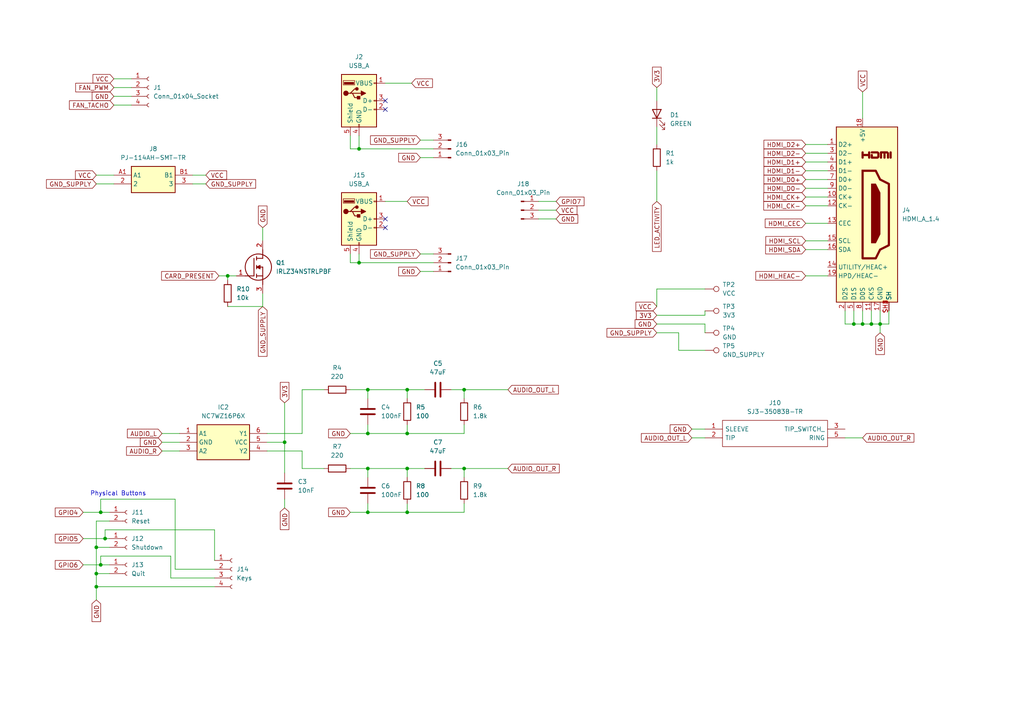
<source format=kicad_sch>
(kicad_sch (version 20231120) (generator "eeschema") (generator_version "8.0")
  (paper "A4")
  (lib_symbols
    (symbol "CM4IO:HDMI_A_1.4"
      (property "Reference" "J" (at -6.35 26.67 0))
      (property "Value" "HDMI_A_1.4" (at 10.16 26.67 0))
      (symbol "HDMI_A_1.4_0_0"
        (polyline (pts (xy 8.128 16.51) (xy 8.128 18.034)) (stroke (width 0.635)))
        (polyline (pts (xy 0 16.51) (xy 0 18.034) (xy 0 17.272) (xy 1.905 17.272) (xy 1.905 18.034) (xy 1.905 16.51)) (stroke (width 0.635)))
        (polyline (pts (xy 2.667 18.034) (xy 4.318 18.034) (xy 4.572 17.78) (xy 4.572 16.764) (xy 4.318 16.51) (xy 2.667 16.51) (xy 2.667 17.272)) (stroke (width 0.635)))
        (pin passive line (at 7.62 -27.94 90) (length 2.54) (name "SH") (number "SH2"))
        (pin passive line (at 7.62 -27.94 90) (length 2.54) (name "SH") (number "SH3"))
        (pin passive line (at 7.62 -27.94 90) (length 2.54) (name "SH") (number "SH4"))
      )
      (symbol "HDMI_A_1.4_0_1"
        (rectangle (start -7.62 25.4) (end 10.16 -25.4) (stroke (width 0.254)) (fill (type background)))
        (polyline (pts (xy 2.54 8.89) (xy 3.81 8.89) (xy 5.08 6.35) (xy 5.08 -5.715) (xy 3.81 -8.255) (xy 2.54 -8.255) (xy 2.54 8.89)) (fill (type outline)))
        (polyline (pts (xy 5.334 16.51) (xy 5.334 18.034) (xy 6.35 18.034) (xy 6.35 16.51) (xy 6.35 18.034) (xy 7.112 18.034) (xy 7.366 17.78) (xy 7.366 16.51)) (stroke (width 0.635)))
        (polyline (pts (xy 0 12.7) (xy 0 -12.7) (xy 3.81 -12.7) (xy 5.08 -10.16) (xy 7.62 -8.89) (xy 7.62 8.89) (xy 5.08 10.16) (xy 3.81 12.7) (xy 0 12.7)) (stroke (width 0.635)))
      )
      (symbol "HDMI_A_1.4_1_1"
        (pin passive line (at -10.16 20.32 0) (length 2.54) (name "D2+") (number "1"))
        (pin passive line (at -10.16 5.08 0) (length 2.54) (name "CK+") (number "10"))
        (pin power_in line (at 2.54 -27.94 90) (length 2.54) (name "CKS") (number "11"))
        (pin passive line (at -10.16 2.54 0) (length 2.54) (name "CK-") (number "12"))
        (pin bidirectional line (at -10.16 -2.54 0) (length 2.54) (name "CEC") (number "13"))
        (pin passive line (at -10.16 -15.24 0) (length 2.54) (name "UTILITY/HEAC+") (number "14"))
        (pin passive line (at -10.16 -7.62 0) (length 2.54) (name "SCL") (number "15"))
        (pin bidirectional line (at -10.16 -10.16 0) (length 2.54) (name "SDA") (number "16"))
        (pin power_in line (at 5.08 -27.94 90) (length 2.54) (name "GND") (number "17"))
        (pin power_in line (at 0 27.94 270) (length 2.54) (name "+5V") (number "18"))
        (pin passive line (at -10.16 -17.78 0) (length 2.54) (name "HPD/HEAC-") (number "19"))
        (pin power_in line (at -5.08 -27.94 90) (length 2.54) (name "D2S") (number "2"))
        (pin passive line (at -10.16 17.78 0) (length 2.54) (name "D2-") (number "3"))
        (pin passive line (at -10.16 15.24 0) (length 2.54) (name "D1+") (number "4"))
        (pin power_in line (at -2.54 -27.94 90) (length 2.54) (name "D1S") (number "5"))
        (pin passive line (at -10.16 12.7 0) (length 2.54) (name "D1-") (number "6"))
        (pin passive line (at -10.16 10.16 0) (length 2.54) (name "D0+") (number "7"))
        (pin power_in line (at 0 -27.94 90) (length 2.54) (name "D0S") (number "8"))
        (pin passive line (at -10.16 7.62 0) (length 2.54) (name "D0-") (number "9"))
        (pin passive line (at 7.62 -27.94 90) (length 2.54) (name "SH") (number "SH1"))
      )
    )
    (symbol "Connector:Conn_01x02_Socket" (pin_names (offset 1.016) hide)
      (property "Reference" "J" (at 0 2.54 0))
      (property "Value" "Conn_01x02_Socket" (at 0 -5.08 0))
      (symbol "Conn_01x02_Socket_1_1"
        (arc (start 0 -2.032) (mid -0.5058 -2.54) (end 0 -3.048) (stroke (width 0.1524)))
        (polyline (pts (xy -1.27 -2.54) (xy -0.508 -2.54)) (stroke (width 0.1524)))
        (polyline (pts (xy -1.27 0) (xy -0.508 0)) (stroke (width 0.1524)))
        (arc (start 0 0.508) (mid -0.5058 0) (end 0 -0.508) (stroke (width 0.1524)))
        (pin passive line (at -5.08 0 0) (length 3.81) (name "Pin_1") (number "1"))
        (pin passive line (at -5.08 -2.54 0) (length 3.81) (name "Pin_2") (number "2"))
      )
    )
    (symbol "Connector:Conn_01x03_Pin" (pin_names (offset 1.016) hide)
      (property "Reference" "J" (at 0 5.08 0))
      (property "Value" "Conn_01x03_Pin" (at 0 -5.08 0))
      (symbol "Conn_01x03_Pin_1_1"
        (polyline (pts (xy 1.27 -2.54) (xy 0.8636 -2.54)) (stroke (width 0.1524)))
        (polyline (pts (xy 1.27 0) (xy 0.8636 0)) (stroke (width 0.1524)))
        (polyline (pts (xy 1.27 2.54) (xy 0.8636 2.54)) (stroke (width 0.1524)))
        (rectangle (start 0.8636 -2.413) (end 0 -2.667) (stroke (width 0.1524)) (fill (type outline)))
        (rectangle (start 0.8636 0.127) (end 0 -0.127) (stroke (width 0.1524)) (fill (type outline)))
        (rectangle (start 0.8636 2.667) (end 0 2.413) (stroke (width 0.1524)) (fill (type outline)))
        (pin passive line (at 5.08 2.54 180) (length 3.81) (name "Pin_1") (number "1"))
        (pin passive line (at 5.08 0 180) (length 3.81) (name "Pin_2") (number "2"))
        (pin passive line (at 5.08 -2.54 180) (length 3.81) (name "Pin_3") (number "3"))
      )
    )
    (symbol "Connector:Conn_01x04_Socket" (pin_names (offset 1.016) hide)
      (property "Reference" "J" (at 0 5.08 0))
      (property "Value" "Conn_01x04_Socket" (at 0 -7.62 0))
      (symbol "Conn_01x04_Socket_1_1"
        (arc (start 0 -4.572) (mid -0.5058 -5.08) (end 0 -5.588) (stroke (width 0.1524)))
        (arc (start 0 -2.032) (mid -0.5058 -2.54) (end 0 -3.048) (stroke (width 0.1524)))
        (polyline (pts (xy -1.27 -5.08) (xy -0.508 -5.08)) (stroke (width 0.1524)))
        (polyline (pts (xy -1.27 -2.54) (xy -0.508 -2.54)) (stroke (width 0.1524)))
        (polyline (pts (xy -1.27 0) (xy -0.508 0)) (stroke (width 0.1524)))
        (polyline (pts (xy -1.27 2.54) (xy -0.508 2.54)) (stroke (width 0.1524)))
        (arc (start 0 0.508) (mid -0.5058 0) (end 0 -0.508) (stroke (width 0.1524)))
        (arc (start 0 3.048) (mid -0.5058 2.54) (end 0 2.032) (stroke (width 0.1524)))
        (pin passive line (at -5.08 2.54 0) (length 3.81) (name "Pin_1") (number "1"))
        (pin passive line (at -5.08 0 0) (length 3.81) (name "Pin_2") (number "2"))
        (pin passive line (at -5.08 -2.54 0) (length 3.81) (name "Pin_3") (number "3"))
        (pin passive line (at -5.08 -5.08 0) (length 3.81) (name "Pin_4") (number "4"))
      )
    )
    (symbol "Connector:TestPoint" (pin_numbers hide) (pin_names (offset 0.762) hide)
      (property "Reference" "TP" (at 0 6.858 0))
      (property "Value" "TestPoint" (at 0 5.08 0))
      (symbol "TestPoint_0_1"
        (circle (center 0 3.302) (radius 0.762))
      )
      (symbol "TestPoint_1_1"
        (pin passive line (at 0 0 90) (length 2.54) (name "1") (number "1"))
      )
    )
    (symbol "Connector:USB_A" (pin_names (offset 1.016))
      (property "Reference" "J" (at -5.08 11.43 0))
      (property "Value" "USB_A" (at -5.08 8.89 0))
      (symbol "USB_A_0_1"
        (rectangle (start -5.08 -7.62) (end 5.08 7.62) (stroke (width 0.254)) (fill (type background)))
        (circle (center -3.81 2.159) (radius 0.635) (stroke (width 0.254)) (fill (type outline)))
        (rectangle (start -1.524 4.826) (end -4.318 5.334) (fill (type outline)))
        (rectangle (start -1.27 4.572) (end -4.572 5.842))
        (circle (center -0.635 3.429) (radius 0.381) (stroke (width 0.254)) (fill (type outline)))
        (rectangle (start -0.127 -7.62) (end 0.127 -6.858))
        (polyline (pts (xy -3.175 2.159) (xy -2.54 2.159) (xy -1.27 3.429) (xy -0.635 3.429)) (stroke (width 0.254)))
        (polyline (pts (xy -2.54 2.159) (xy -1.905 2.159) (xy -1.27 0.889) (xy 0 0.889)) (stroke (width 0.254)))
        (polyline (pts (xy 0.635 2.794) (xy 0.635 1.524) (xy 1.905 2.159) (xy 0.635 2.794)) (stroke (width 0.254)) (fill (type outline)))
        (rectangle (start 0.254 1.27) (end -0.508 0.508) (stroke (width 0.254)) (fill (type outline)))
        (rectangle (start 5.08 -2.667) (end 4.318 -2.413))
        (rectangle (start 5.08 -0.127) (end 4.318 0.127))
        (rectangle (start 5.08 4.953) (end 4.318 5.207))
      )
      (symbol "USB_A_1_1"
        (polyline (pts (xy -1.905 2.159) (xy 0.635 2.159)) (stroke (width 0.254)))
        (pin power_in line (at 7.62 5.08 180) (length 2.54) (name "VBUS") (number "1"))
        (pin bidirectional line (at 7.62 -2.54 180) (length 2.54) (name "D-") (number "2"))
        (pin bidirectional line (at 7.62 0 180) (length 2.54) (name "D+") (number "3"))
        (pin power_in line (at 0 -10.16 90) (length 2.54) (name "GND") (number "4"))
        (pin passive line (at -2.54 -10.16 90) (length 2.54) (name "Shield") (number "5"))
      )
    )
    (symbol "Device:C" (pin_numbers hide) (pin_names (offset 0.254))
      (property "Reference" "C" (at 0.635 2.54 0))
      (property "Value" "C" (at 0.635 -2.54 0))
      (symbol "C_0_1"
        (polyline (pts (xy -2.032 -0.762) (xy 2.032 -0.762)) (stroke (width 0.508)))
        (polyline (pts (xy -2.032 0.762) (xy 2.032 0.762)) (stroke (width 0.508)))
      )
      (symbol "C_1_1"
        (pin passive line (at 0 3.81 270) (length 2.794) (name "~") (number "1"))
        (pin passive line (at 0 -3.81 90) (length 2.794) (name "~") (number "2"))
      )
    )
    (symbol "Device:LED" (pin_numbers hide) (pin_names (offset 1.016) hide)
      (property "Reference" "D" (at 0 2.54 0))
      (property "Value" "LED" (at 0 -2.54 0))
      (symbol "LED_0_1"
        (polyline (pts (xy -1.27 -1.27) (xy -1.27 1.27)) (stroke (width 0.254)))
        (polyline (pts (xy -1.27 0) (xy 1.27 0)))
        (polyline (pts (xy 1.27 -1.27) (xy 1.27 1.27) (xy -1.27 0) (xy 1.27 -1.27)) (stroke (width 0.254)))
        (polyline (pts (xy -3.048 -0.762) (xy -4.572 -2.286) (xy -3.81 -2.286) (xy -4.572 -2.286) (xy -4.572 -1.524)))
        (polyline (pts (xy -1.778 -0.762) (xy -3.302 -2.286) (xy -2.54 -2.286) (xy -3.302 -2.286) (xy -3.302 -1.524)))
      )
      (symbol "LED_1_1"
        (pin passive line (at -3.81 0 0) (length 2.54) (name "K") (number "1"))
        (pin passive line (at 3.81 0 180) (length 2.54) (name "A") (number "2"))
      )
    )
    (symbol "Device:R" (pin_numbers hide) (pin_names (offset 0))
      (property "Reference" "R" (at 2.032 0 90))
      (property "Value" "R" (at 0 0 90))
      (symbol "R_0_1"
        (rectangle (start -1.016 -2.54) (end 1.016 2.54) (stroke (width 0.254)))
      )
      (symbol "R_1_1"
        (pin passive line (at 0 3.81 270) (length 1.27) (name "~") (number "1"))
        (pin passive line (at 0 -3.81 90) (length 1.27) (name "~") (number "2"))
      )
    )
    (symbol "IRLZ34NSTRLPBF:IRLZ34NSTRLPBF" (pin_names hide)
      (property "Reference" "Q" (at 11.43 3.81 0))
      (property "Value" "IRLZ34NSTRLPBF" (at 11.43 1.27 0))
      (symbol "IRLZ34NSTRLPBF_1_1"
        (polyline (pts (xy 2.54 0) (xy 5.08 0)) (stroke (width 0.254)))
        (polyline (pts (xy 5.08 5.08) (xy 5.08 0)) (stroke (width 0.254)))
        (polyline (pts (xy 5.842 -0.508) (xy 5.842 0.508)) (stroke (width 0.254)))
        (polyline (pts (xy 5.842 0) (xy 7.62 0)) (stroke (width 0.254)))
        (polyline (pts (xy 5.842 2.032) (xy 5.842 3.048)) (stroke (width 0.254)))
        (polyline (pts (xy 5.842 5.588) (xy 5.842 4.572)) (stroke (width 0.254)))
        (polyline (pts (xy 7.62 2.54) (xy 5.842 2.54)) (stroke (width 0.254)))
        (polyline (pts (xy 7.62 2.54) (xy 7.62 -2.54)) (stroke (width 0.254)))
        (polyline (pts (xy 7.62 5.08) (xy 5.842 5.08)) (stroke (width 0.254)))
        (polyline (pts (xy 7.62 5.08) (xy 7.62 7.62)) (stroke (width 0.254)))
        (polyline (pts (xy 5.842 2.54) (xy 6.858 3.048) (xy 6.858 2.032) (xy 5.842 2.54)) (stroke (width 0.254)) (fill (type outline)))
        (circle (center 6.35 2.54) (radius 3.81) (stroke (width 0.254)))
        (pin passive line (at 0 0 0) (length 2.54) (name "G") (number "1"))
        (pin passive line (at 7.62 10.16 270) (length 2.54) (name "D") (number "2"))
        (pin passive line (at 7.62 -5.08 90) (length 2.54) (name "S") (number "3"))
      )
    )
    (symbol "NC7WZ16P6X:NC7WZ16P6X"
      (property "Reference" "IC" (at 21.59 7.62 0))
      (property "Value" "NC7WZ16P6X" (at 21.59 5.08 0))
      (symbol "NC7WZ16P6X_1_1"
        (rectangle (start 5.08 2.54) (end 20.32 -7.62) (stroke (width 0.254)) (fill (type background)))
        (pin input line (at 0 0 0) (length 5.08) (name "A1") (number "1"))
        (pin power_in line (at 0 -2.54 0) (length 5.08) (name "GND") (number "2"))
        (pin input line (at 0 -5.08 0) (length 5.08) (name "A2") (number "3"))
        (pin output line (at 25.4 -5.08 180) (length 5.08) (name "Y2") (number "4"))
        (pin power_in line (at 25.4 -2.54 180) (length 5.08) (name "VCC") (number "5"))
        (pin output line (at 25.4 0 180) (length 5.08) (name "Y1") (number "6"))
      )
    )
    (symbol "PJ-114AH-SMT-TR:PJ-114AH-SMT-TR"
      (property "Reference" "J" (at 19.05 7.62 0))
      (property "Value" "PJ-114AH-SMT-TR" (at 19.05 5.08 0))
      (symbol "PJ-114AH-SMT-TR_1_1"
        (rectangle (start 5.08 2.54) (end 17.78 -5.08) (stroke (width 0.254)) (fill (type background)))
        (pin passive line (at 0 -2.54 0) (length 5.08) (name "2") (number "2"))
        (pin passive line (at 22.86 -2.54 180) (length 5.08) (name "3") (number "3"))
        (pin passive line (at 0 0 0) (length 5.08) (name "A1") (number "A1"))
        (pin passive line (at 22.86 0 180) (length 5.08) (name "B1") (number "B1"))
      )
    )
    (symbol "SJ3-35083B-TR:SJ3-35083B-TR" (pin_names (offset 0.762))
      (property "Reference" "J" (at 36.83 7.62 0))
      (property "Value" "SJ3-35083B-TR" (at 36.83 5.08 0))
      (symbol "SJ3-35083B-TR_0_0"
        (pin passive line (at 0 0 0) (length 5.08) (name "SLEEVE") (number "1"))
        (pin passive line (at 0 -2.54 0) (length 5.08) (name "TIP") (number "2"))
        (pin passive line (at 40.64 0 180) (length 5.08) (name "TIP_SWITCH_") (number "3"))
        (pin passive line (at 40.64 -2.54 180) (length 5.08) (name "RING") (number "5"))
      )
      (symbol "SJ3-35083B-TR_0_1"
        (polyline (pts (xy 5.08 2.54) (xy 35.56 2.54) (xy 35.56 -5.08) (xy 5.08 -5.08) (xy 5.08 2.54)) (stroke (width 0.1524)))
      )
    )
  )
  (junction (at 66.04 80.01))
  (junction (at 104.14 76.2))
  (junction (at 250.19 93.98))
  (junction (at 106.68 135.89))
  (junction (at 118.11 148.59))
  (junction (at 27.94 170.18))
  (junction (at 255.27 93.98))
  (junction (at 252.73 93.98))
  (junction (at 82.55 128.27))
  (junction (at 118.11 113.03))
  (junction (at 29.21 148.59))
  (junction (at 27.94 158.75))
  (junction (at 134.62 135.89))
  (junction (at 118.11 125.73))
  (junction (at 29.21 163.83))
  (junction (at 106.68 125.73))
  (junction (at 106.68 148.59))
  (junction (at 247.65 93.98))
  (junction (at 104.14 43.18))
  (junction (at 134.62 113.03))
  (junction (at 106.68 113.03))
  (junction (at 30.48 156.21))
  (junction (at 27.94 166.37))
  (junction (at 118.11 135.89))
  (no_connect (at 111.76 31.75))
  (no_connect (at 111.76 63.5))
  (no_connect (at 111.76 29.21))
  (no_connect (at 111.76 66.04))
  (wire (pts (xy 33.02 25.4) (xy 38.1 25.4)))
  (wire (pts (xy 82.55 116.84) (xy 82.55 128.27)))
  (wire (pts (xy 233.68 52.07) (xy 240.03 52.07)))
  (wire (pts (xy 190.5 49.53) (xy 190.5 58.42)))
  (wire (pts (xy 204.47 91.44) (xy 204.47 90.17)))
  (wire (pts (xy 27.94 50.8) (xy 33.02 50.8)))
  (wire (pts (xy 24.13 156.21) (xy 30.48 156.21)))
  (wire (pts (xy 106.68 148.59) (xy 101.6 148.59)))
  (wire (pts (xy 233.68 64.77) (xy 240.03 64.77)))
  (wire (pts (xy 118.11 123.19) (xy 118.11 125.73)))
  (wire (pts (xy 111.76 58.42) (xy 118.11 58.42)))
  (wire (pts (xy 101.6 113.03) (xy 106.68 113.03)))
  (wire (pts (xy 93.98 113.03) (xy 87.63 113.03)))
  (wire (pts (xy 104.14 39.37) (xy 104.14 43.18)))
  (wire (pts (xy 245.11 93.98) (xy 247.65 93.98)))
  (wire (pts (xy 50.8 144.78) (xy 29.21 144.78)))
  (wire (pts (xy 252.73 90.17) (xy 252.73 93.98)))
  (wire (pts (xy 250.19 93.98) (xy 252.73 93.98)))
  (wire (pts (xy 200.66 124.46) (xy 204.47 124.46)))
  (wire (pts (xy 77.47 128.27) (xy 82.55 128.27)))
  (wire (pts (xy 101.6 73.66) (xy 101.6 76.2)))
  (wire (pts (xy 118.11 135.89) (xy 118.11 138.43)))
  (wire (pts (xy 121.92 45.72) (xy 125.73 45.72)))
  (wire (pts (xy 66.04 88.9) (xy 76.2 88.9)))
  (wire (pts (xy 87.63 130.81) (xy 87.63 135.89)))
  (wire (pts (xy 134.62 113.03) (xy 147.32 113.03)))
  (wire (pts (xy 134.62 123.19) (xy 134.62 125.73)))
  (wire (pts (xy 255.27 93.98) (xy 255.27 96.52)))
  (wire (pts (xy 252.73 93.98) (xy 255.27 93.98)))
  (wire (pts (xy 190.5 88.9) (xy 190.5 83.82)))
  (wire (pts (xy 111.76 24.13) (xy 119.38 24.13)))
  (wire (pts (xy 82.55 144.78) (xy 82.55 147.32)))
  (wire (pts (xy 106.68 113.03) (xy 118.11 113.03)))
  (wire (pts (xy 101.6 43.18) (xy 104.14 43.18)))
  (wire (pts (xy 121.92 73.66) (xy 125.73 73.66)))
  (wire (pts (xy 55.88 50.8) (xy 59.69 50.8)))
  (wire (pts (xy 62.23 162.56) (xy 62.23 153.67)))
  (wire (pts (xy 250.19 90.17) (xy 250.19 93.98)))
  (wire (pts (xy 200.66 127) (xy 204.47 127)))
  (wire (pts (xy 49.53 167.64) (xy 49.53 161.29)))
  (wire (pts (xy 62.23 167.64) (xy 49.53 167.64)))
  (wire (pts (xy 233.68 59.69) (xy 240.03 59.69)))
  (wire (pts (xy 130.81 135.89) (xy 134.62 135.89)))
  (wire (pts (xy 118.11 125.73) (xy 106.68 125.73)))
  (wire (pts (xy 204.47 93.98) (xy 204.47 96.52)))
  (wire (pts (xy 190.5 83.82) (xy 204.47 83.82)))
  (wire (pts (xy 106.68 113.03) (xy 106.68 115.57)))
  (wire (pts (xy 24.13 163.83) (xy 29.21 163.83)))
  (wire (pts (xy 27.94 53.34) (xy 33.02 53.34)))
  (wire (pts (xy 76.2 85.09) (xy 76.2 88.9)))
  (wire (pts (xy 118.11 113.03) (xy 123.19 113.03)))
  (wire (pts (xy 233.68 72.39) (xy 240.03 72.39)))
  (wire (pts (xy 62.23 165.1) (xy 50.8 165.1)))
  (wire (pts (xy 196.85 101.6) (xy 204.47 101.6)))
  (wire (pts (xy 46.99 128.27) (xy 52.07 128.27)))
  (wire (pts (xy 46.99 125.73) (xy 52.07 125.73)))
  (wire (pts (xy 27.94 158.75) (xy 27.94 151.13)))
  (wire (pts (xy 190.5 36.83) (xy 190.5 41.91)))
  (wire (pts (xy 55.88 53.34) (xy 59.69 53.34)))
  (wire (pts (xy 27.94 170.18) (xy 62.23 170.18)))
  (wire (pts (xy 121.92 78.74) (xy 125.73 78.74)))
  (wire (pts (xy 101.6 76.2) (xy 104.14 76.2)))
  (wire (pts (xy 156.21 60.96) (xy 161.29 60.96)))
  (wire (pts (xy 29.21 148.59) (xy 31.75 148.59)))
  (wire (pts (xy 233.68 54.61) (xy 240.03 54.61)))
  (wire (pts (xy 63.5 80.01) (xy 66.04 80.01)))
  (wire (pts (xy 118.11 148.59) (xy 106.68 148.59)))
  (wire (pts (xy 62.23 153.67) (xy 30.48 153.67)))
  (wire (pts (xy 118.11 113.03) (xy 118.11 115.57)))
  (wire (pts (xy 233.68 46.99) (xy 240.03 46.99)))
  (wire (pts (xy 101.6 135.89) (xy 106.68 135.89)))
  (wire (pts (xy 134.62 135.89) (xy 147.32 135.89)))
  (wire (pts (xy 46.99 130.81) (xy 52.07 130.81)))
  (wire (pts (xy 134.62 146.05) (xy 134.62 148.59)))
  (wire (pts (xy 257.81 93.98) (xy 255.27 93.98)))
  (wire (pts (xy 104.14 43.18) (xy 125.73 43.18)))
  (wire (pts (xy 87.63 135.89) (xy 93.98 135.89)))
  (wire (pts (xy 33.02 22.86) (xy 38.1 22.86)))
  (wire (pts (xy 104.14 76.2) (xy 125.73 76.2)))
  (wire (pts (xy 245.11 127) (xy 250.19 127)))
  (wire (pts (xy 66.04 80.01) (xy 66.04 81.28)))
  (wire (pts (xy 30.48 153.67) (xy 30.48 156.21)))
  (wire (pts (xy 118.11 146.05) (xy 118.11 148.59)))
  (wire (pts (xy 29.21 161.29) (xy 29.21 163.83)))
  (wire (pts (xy 233.68 49.53) (xy 240.03 49.53)))
  (wire (pts (xy 30.48 156.21) (xy 31.75 156.21)))
  (wire (pts (xy 233.68 80.01) (xy 240.03 80.01)))
  (wire (pts (xy 106.68 125.73) (xy 101.6 125.73)))
  (wire (pts (xy 106.68 146.05) (xy 106.68 148.59)))
  (wire (pts (xy 134.62 148.59) (xy 118.11 148.59)))
  (wire (pts (xy 66.04 80.01) (xy 68.58 80.01)))
  (wire (pts (xy 130.81 113.03) (xy 134.62 113.03)))
  (wire (pts (xy 250.19 26.67) (xy 250.19 34.29)))
  (wire (pts (xy 156.21 58.42) (xy 161.29 58.42)))
  (wire (pts (xy 233.68 44.45) (xy 240.03 44.45)))
  (wire (pts (xy 190.5 91.44) (xy 204.47 91.44)))
  (wire (pts (xy 104.14 73.66) (xy 104.14 76.2)))
  (wire (pts (xy 106.68 135.89) (xy 118.11 135.89)))
  (wire (pts (xy 29.21 163.83) (xy 31.75 163.83)))
  (wire (pts (xy 77.47 130.81) (xy 87.63 130.81)))
  (wire (pts (xy 196.85 96.52) (xy 196.85 101.6)))
  (wire (pts (xy 87.63 113.03) (xy 87.63 125.73)))
  (wire (pts (xy 82.55 128.27) (xy 82.55 137.16)))
  (wire (pts (xy 76.2 66.04) (xy 76.2 69.85)))
  (wire (pts (xy 24.13 148.59) (xy 29.21 148.59)))
  (wire (pts (xy 245.11 90.17) (xy 245.11 93.98)))
  (wire (pts (xy 121.92 40.64) (xy 125.73 40.64)))
  (wire (pts (xy 87.63 125.73) (xy 77.47 125.73)))
  (wire (pts (xy 134.62 135.89) (xy 134.62 138.43)))
  (wire (pts (xy 190.5 96.52) (xy 196.85 96.52)))
  (wire (pts (xy 27.94 166.37) (xy 31.75 166.37)))
  (wire (pts (xy 233.68 57.15) (xy 240.03 57.15)))
  (wire (pts (xy 156.21 63.5) (xy 161.29 63.5)))
  (wire (pts (xy 27.94 151.13) (xy 31.75 151.13)))
  (wire (pts (xy 134.62 125.73) (xy 118.11 125.73)))
  (wire (pts (xy 33.02 30.48) (xy 38.1 30.48)))
  (wire (pts (xy 257.81 90.17) (xy 257.81 93.98)))
  (wire (pts (xy 27.94 170.18) (xy 27.94 166.37)))
  (wire (pts (xy 29.21 144.78) (xy 29.21 148.59)))
  (wire (pts (xy 233.68 69.85) (xy 240.03 69.85)))
  (wire (pts (xy 190.5 93.98) (xy 204.47 93.98)))
  (wire (pts (xy 101.6 39.37) (xy 101.6 43.18)))
  (wire (pts (xy 27.94 166.37) (xy 27.94 158.75)))
  (wire (pts (xy 106.68 123.19) (xy 106.68 125.73)))
  (wire (pts (xy 50.8 165.1) (xy 50.8 144.78)))
  (wire (pts (xy 33.02 27.94) (xy 38.1 27.94)))
  (wire (pts (xy 233.68 41.91) (xy 240.03 41.91)))
  (wire (pts (xy 106.68 135.89) (xy 106.68 138.43)))
  (wire (pts (xy 134.62 113.03) (xy 134.62 115.57)))
  (wire (pts (xy 118.11 135.89) (xy 123.19 135.89)))
  (wire (pts (xy 27.94 173.99) (xy 27.94 170.18)))
  (wire (pts (xy 49.53 161.29) (xy 29.21 161.29)))
  (wire (pts (xy 27.94 158.75) (xy 31.75 158.75)))
  (wire (pts (xy 247.65 93.98) (xy 250.19 93.98)))
  (wire (pts (xy 190.5 25.4) (xy 190.5 29.21)))
  (wire (pts (xy 255.27 90.17) (xy 255.27 93.98)))
  (wire (pts (xy 247.65 90.17) (xy 247.65 93.98)))
  (text "Physical Buttons" (at 34.29 143.256 0) (effects (font (size 1.27 1.27))))
  (global_label "AUDIO_OUT_R" (shape input) (at 147.32 135.89 0) (property "Intersheetrefs" "${INTERSHEET_REFS}" (effects (hide yes))))
  (global_label "HDMI_D1-" (shape input) (at 233.68 49.53 180) (property "Intersheetrefs" "${INTERSHEET_REFS}" (effects (hide yes))))
  (global_label "GPIO4" (shape input) (at 24.13 148.59 180) (property "Intersheetrefs" "${INTERSHEET_REFS}" (effects (hide yes))))
  (global_label "GPIO5" (shape input) (at 24.13 156.21 180) (property "Intersheetrefs" "${INTERSHEET_REFS}" (effects (hide yes))))
  (global_label "GND_SUPPLY" (shape input) (at 27.94 53.34 180) (property "Intersheetrefs" "${INTERSHEET_REFS}" (effects (hide yes))))
  (global_label "AUDIO_L" (shape input) (at 46.99 125.73 180) (property "Intersheetrefs" "${INTERSHEET_REFS}" (effects (hide yes))))
  (global_label "HDMI_D2-" (shape input) (at 233.68 44.45 180) (property "Intersheetrefs" "${INTERSHEET_REFS}" (effects (hide yes))))
  (global_label "GND" (shape input) (at 101.6 148.59 180) (property "Intersheetrefs" "${INTERSHEET_REFS}" (effects (hide yes))))
  (global_label "VCC" (shape input) (at 118.11 58.42 0) (property "Intersheetrefs" "${INTERSHEET_REFS}" (effects (hide yes))))
  (global_label "GND_SUPPLY" (shape input) (at 121.92 73.66 180) (property "Intersheetrefs" "${INTERSHEET_REFS}" (effects (hide yes))))
  (global_label "HDMI_D0-" (shape input) (at 233.68 54.61 180) (property "Intersheetrefs" "${INTERSHEET_REFS}" (effects (hide yes))))
  (global_label "HDMI_HEAC-" (shape input) (at 233.68 80.01 180) (property "Intersheetrefs" "${INTERSHEET_REFS}" (effects (hide yes))))
  (global_label "GND" (shape input) (at 46.99 128.27 180) (property "Intersheetrefs" "${INTERSHEET_REFS}" (effects (hide yes))))
  (global_label "VCC" (shape input) (at 190.5 88.9 180) (property "Intersheetrefs" "${INTERSHEET_REFS}" (effects (hide yes))))
  (global_label "GND" (shape input) (at 76.2 66.04 90) (property "Intersheetrefs" "${INTERSHEET_REFS}" (effects (hide yes))))
  (global_label "HDMI_SDA" (shape input) (at 233.68 72.39 180) (property "Intersheetrefs" "${INTERSHEET_REFS}" (effects (hide yes))))
  (global_label "AUDIO_R" (shape input) (at 46.99 130.81 180) (property "Intersheetrefs" "${INTERSHEET_REFS}" (effects (hide yes))))
  (global_label "HDMI_CK-" (shape input) (at 233.68 59.69 180) (property "Intersheetrefs" "${INTERSHEET_REFS}" (effects (hide yes))))
  (global_label "GND" (shape input) (at 121.92 78.74 180) (property "Intersheetrefs" "${INTERSHEET_REFS}" (effects (hide yes))))
  (global_label "GPIO7" (shape input) (at 161.29 58.42 0) (property "Intersheetrefs" "${INTERSHEET_REFS}" (effects (hide yes))))
  (global_label "VCC" (shape input) (at 119.38 24.13 0) (property "Intersheetrefs" "${INTERSHEET_REFS}" (effects (hide yes))))
  (global_label "GND" (shape input) (at 27.94 173.99 270) (property "Intersheetrefs" "${INTERSHEET_REFS}" (effects (hide yes))))
  (global_label "HDMI_SCL" (shape input) (at 233.68 69.85 180) (property "Intersheetrefs" "${INTERSHEET_REFS}" (effects (hide yes))))
  (global_label "3V3" (shape input) (at 190.5 91.44 180) (property "Intersheetrefs" "${INTERSHEET_REFS}" (effects (hide yes))))
  (global_label "3V3" (shape input) (at 190.5 25.4 90) (property "Intersheetrefs" "${INTERSHEET_REFS}" (effects (hide yes))))
  (global_label "GND" (shape input) (at 121.92 45.72 180) (property "Intersheetrefs" "${INTERSHEET_REFS}" (effects (hide yes))))
  (global_label "AUDIO_OUT_L" (shape input) (at 147.32 113.03 0) (property "Intersheetrefs" "${INTERSHEET_REFS}" (effects (hide yes))))
  (global_label "GND" (shape input) (at 190.5 93.98 180) (property "Intersheetrefs" "${INTERSHEET_REFS}" (effects (hide yes))))
  (global_label "GND" (shape input) (at 82.55 147.32 270) (property "Intersheetrefs" "${INTERSHEET_REFS}" (effects (hide yes))))
  (global_label "VCC" (shape input) (at 161.29 60.96 0) (property "Intersheetrefs" "${INTERSHEET_REFS}" (effects (hide yes))))
  (global_label "VCC" (shape input) (at 27.94 50.8 180) (property "Intersheetrefs" "${INTERSHEET_REFS}" (effects (hide yes))))
  (global_label "VCC" (shape input) (at 33.02 22.86 180) (property "Intersheetrefs" "${INTERSHEET_REFS}" (effects (hide yes))))
  (global_label "GND" (shape input) (at 255.27 96.52 270) (property "Intersheetrefs" "${INTERSHEET_REFS}" (effects (hide yes))))
  (global_label "GND_SUPPLY" (shape input) (at 121.92 40.64 180) (property "Intersheetrefs" "${INTERSHEET_REFS}" (effects (hide yes))))
  (global_label "CARD_PRESENT" (shape input) (at 63.5 80.01 180) (property "Intersheetrefs" "${INTERSHEET_REFS}" (effects (hide yes))))
  (global_label "FAN_TACHO" (shape input) (at 33.02 30.48 180) (property "Intersheetrefs" "${INTERSHEET_REFS}" (effects (hide yes))))
  (global_label "GND_SUPPLY" (shape input) (at 190.5 96.52 180) (property "Intersheetrefs" "${INTERSHEET_REFS}" (effects (hide yes))))
  (global_label "AUDIO_OUT_L" (shape input) (at 200.66 127 180) (property "Intersheetrefs" "${INTERSHEET_REFS}" (effects (hide yes))))
  (global_label "HDMI_D1+" (shape input) (at 233.68 46.99 180) (property "Intersheetrefs" "${INTERSHEET_REFS}" (effects (hide yes))))
  (global_label "GPIO6" (shape input) (at 24.13 163.83 180) (property "Intersheetrefs" "${INTERSHEET_REFS}" (effects (hide yes))))
  (global_label "HDMI_CEC" (shape input) (at 233.68 64.77 180) (property "Intersheetrefs" "${INTERSHEET_REFS}" (effects (hide yes))))
  (global_label "GND" (shape input) (at 161.29 63.5 0) (property "Intersheetrefs" "${INTERSHEET_REFS}" (effects (hide yes))))
  (global_label "FAN_PWM" (shape input) (at 33.02 25.4 180) (property "Intersheetrefs" "${INTERSHEET_REFS}" (effects (hide yes))))
  (global_label "HDMI_D0+" (shape input) (at 233.68 52.07 180) (property "Intersheetrefs" "${INTERSHEET_REFS}" (effects (hide yes))))
  (global_label "VCC" (shape input) (at 250.19 26.67 90) (property "Intersheetrefs" "${INTERSHEET_REFS}" (effects (hide yes))))
  (global_label "HDMI_CK+" (shape input) (at 233.68 57.15 180) (property "Intersheetrefs" "${INTERSHEET_REFS}" (effects (hide yes))))
  (global_label "HDMI_D2+" (shape input) (at 233.68 41.91 180) (property "Intersheetrefs" "${INTERSHEET_REFS}" (effects (hide yes))))
  (global_label "GND_SUPPLY" (shape input) (at 76.2 88.9 270) (property "Intersheetrefs" "${INTERSHEET_REFS}" (effects (hide yes))))
  (global_label "GND" (shape input) (at 33.02 27.94 180) (property "Intersheetrefs" "${INTERSHEET_REFS}" (effects (hide yes))))
  (global_label "VCC" (shape input) (at 59.69 50.8 0) (property "Intersheetrefs" "${INTERSHEET_REFS}" (effects (hide yes))))
  (global_label "GND_SUPPLY" (shape input) (at 59.69 53.34 0) (property "Intersheetrefs" "${INTERSHEET_REFS}" (effects (hide yes))))
  (global_label "AUDIO_OUT_R" (shape input) (at 250.19 127 0) (property "Intersheetrefs" "${INTERSHEET_REFS}" (effects (hide yes))))
  (global_label "3V3" (shape input) (at 82.55 116.84 90) (property "Intersheetrefs" "${INTERSHEET_REFS}" (effects (hide yes))))
  (global_label "GND" (shape input) (at 200.66 124.46 180) (property "Intersheetrefs" "${INTERSHEET_REFS}" (effects (hide yes))))
  (global_label "LED_ACTIVITY" (shape input) (at 190.5 58.42 270) (property "Intersheetrefs" "${INTERSHEET_REFS}" (effects (hide yes))))
  (global_label "GND" (shape input) (at 101.6 125.73 180) (property "Intersheetrefs" "${INTERSHEET_REFS}" (effects (hide yes))))
  (symbol (lib_id "Connector:USB_A") (at 104.14 29.21 0) (unit 1)
    (property "Reference" "J2" (at 104.14 16.51 0))
    (property "Value" "USB_A" (at 104.14 19.05 0))
    (property "Footprint" "Connector_USB:USB_A_Wuerth_614004134726_Horizontal" (effects (hide yes)))
    (property "Description" "USB Type A connector" (effects (hide yes)))
  )
  (symbol (lib_id "Device:R") (at 97.79 113.03 270) (unit 1)
    (property "Reference" "R4" (at 97.79 106.68 90))
    (property "Value" "220" (at 97.79 109.22 90))
    (property "Footprint" "Resistor_SMD:R_0201_0603Metric" (effects (hide yes)))
    (property "Description" "Resistor" (effects (hide yes)))
  )
  (symbol (lib_id "Connector:Conn_01x03_Pin") (at 151.13 60.96 0) (unit 1)
    (property "Reference" "J18" (at 151.765 53.34 0))
    (property "Value" "Conn_01x03_Pin" (at 151.765 55.88 0))
    (property "Footprint" "Connector_PinHeader_2.54mm:PinHeader_1x03_P2.54mm_Vertical" (effects (hide yes)))
    (property "Description" "Generic connector, single row, 01x03, script generated" (effects (hide yes)))
  )
  (symbol (lib_id "Connector:USB_A") (at 104.14 63.5 0) (unit 1)
    (property "Reference" "J15" (at 104.14 50.8 0))
    (property "Value" "USB_A" (at 104.14 53.34 0))
    (property "Footprint" "Connector_USB:USB_A_Wuerth_614004134726_Horizontal" (effects (hide yes)))
    (property "Description" "USB Type A connector" (effects (hide yes)))
  )
  (symbol (lib_id "Connector:TestPoint") (at 204.47 101.6 270) (unit 1)
    (property "Reference" "TP5" (at 209.55 100.3299 90) (effects (justify left)))
    (property "Value" "GND_SUPPLY" (at 209.55 102.8699 90) (effects (justify left)))
    (property "Footprint" "TestPoint:TestPoint_Pad_D3.0mm" (effects (hide yes)))
    (property "Description" "test point" (effects (hide yes)))
  )
  (symbol (lib_id "Device:R") (at 118.11 119.38 0) (unit 1)
    (property "Reference" "R5" (at 120.65 118.1099 0) (effects (justify left)))
    (property "Value" "100" (at 120.65 120.6499 0) (effects (justify left)))
    (property "Footprint" "Resistor_SMD:R_0201_0603Metric" (effects (hide yes)))
    (property "Description" "Resistor" (effects (hide yes)))
  )
  (symbol (lib_id "Connector:Conn_01x04_Socket") (at 67.31 165.1 0) (unit 1)
    (property "Reference" "J14" (at 68.58 165.0999 0) (effects (justify left)))
    (property "Value" "Keys" (at 68.58 167.6399 0) (effects (justify left)))
    (property "Footprint" "Connector_JST:JST_PH_B4B-PH-K_1x04_P2.00mm_Vertical" (effects (hide yes)))
    (property "Description" "Generic connector, single row, 01x04, script generated" (effects (hide yes)))
  )
  (symbol (lib_id "CM4IO:HDMI_A_1.4") (at 250.19 62.23 0) (unit 1)
    (property "Reference" "J4" (at 261.62 60.9599 0) (effects (justify left)))
    (property "Value" "HDMI_A_1.4" (at 261.62 63.4999 0) (effects (justify left)))
    (property "Footprint" "Connector_Video:HDMI_A_Molex_208658-1001_Horizontal" (effects (hide yes)))
    (property "Datasheet" "https://en.wikipedia.org/wiki/HDMI" (effects (hide yes)))
    (property "Description" "HDMI 1.4+ type A connector" (effects (hide yes)))
  )
  (symbol (lib_id "Device:C") (at 106.68 142.24 0) (unit 1)
    (property "Reference" "C6" (at 110.49 140.9699 0) (effects (justify left)))
    (property "Value" "100nF" (at 110.49 143.5099 0) (effects (justify left)))
    (property "Footprint" "Capacitor_SMD:C_0201_0603Metric" (effects (hide yes)))
    (property "Description" "Unpolarized capacitor" (effects (hide yes)))
  )
  (symbol (lib_id "PJ-114AH-SMT-TR:PJ-114AH-SMT-TR") (at 33.02 50.8 0) (unit 1)
    (property "Reference" "J8" (at 44.45 43.18 0))
    (property "Value" "PJ-114AH-SMT-TR" (at 44.45 45.72 0))
    (property "Footprint" "LIB_PJ-114AH-SMT-TR:PJ114AHSMTTR" (effects (hide yes)))
    (property "Datasheet" "https://www.sameskydevices.com/product/resource/pj-114ah-smt-tr.pdf" (effects (hide yes)))
    (property "Description" "2.0 x 6.4 mm, 5.0 A, Horizontal, Through Hole, Dc Power Jack Connector" (effects (hide yes)))
    (property "Height" "11.5" (effects (hide yes)))
    (property "Manufacturer_Name" "Same Sky" (effects (hide yes)))
    (property "Manufacturer_Part_Number" "PJ-114AH-SMT-TR" (effects (hide yes)))
    (property "Mouser Part Number" "179-PJ-114AH-SMT-TR" (effects (hide yes)))
    (property "Mouser Price/Stock" "https://www.mouser.co.uk/ProductDetail/Same-Sky/PJ-114AH-SMT-TR?qs=3vio67wFuYrzGt00DZL31g%3D%3D" (effects (hide yes)))
  )
  (symbol (lib_id "Connector:Conn_01x02_Socket") (at 36.83 163.83 0) (unit 1)
    (property "Reference" "J13" (at 38.1 163.8299 0) (effects (justify left)))
    (property "Value" "Quit" (at 38.1 166.3699 0) (effects (justify left)))
    (property "Footprint" "Connector_JST:JST_PH_B2B-PH-K_1x02_P2.00mm_Vertical" (effects (hide yes)))
    (property "Description" "Generic connector, single row, 01x02, script generated" (effects (hide yes)))
  )
  (symbol (lib_id "Device:LED") (at 190.5 33.02 90) (unit 1)
    (property "Reference" "D1" (at 194.31 33.3374 90) (effects (justify right)))
    (property "Value" "GREEN" (at 194.31 35.8774 90) (effects (justify right)))
    (property "Footprint" "LED_SMD:LED_0201_0603Metric" (effects (hide yes)))
    (property "Description" "Light emitting diode" (effects (hide yes)))
  )
  (symbol (lib_id "Device:C") (at 82.55 140.97 0) (unit 1)
    (property "Reference" "C3" (at 86.36 139.6999 0) (effects (justify left)))
    (property "Value" "10nF" (at 86.36 142.2399 0) (effects (justify left)))
    (property "Footprint" "Capacitor_SMD:C_0201_0603Metric" (effects (hide yes)))
    (property "Description" "Unpolarized capacitor" (effects (hide yes)))
  )
  (symbol (lib_id "Connector:Conn_01x02_Socket") (at 36.83 148.59 0) (unit 1)
    (property "Reference" "J11" (at 38.1 148.5899 0) (effects (justify left)))
    (property "Value" "Reset" (at 38.1 151.1299 0) (effects (justify left)))
    (property "Footprint" "Connector_JST:JST_PH_B2B-PH-K_1x02_P2.00mm_Vertical" (effects (hide yes)))
    (property "Description" "Generic connector, single row, 01x02, script generated" (effects (hide yes)))
  )
  (symbol (lib_id "NC7WZ16P6X:NC7WZ16P6X") (at 52.07 125.73 0) (unit 1)
    (property "Reference" "IC2" (at 64.77 118.11 0))
    (property "Value" "NC7WZ16P6X" (at 64.77 120.65 0))
    (property "Footprint" "LIB_NC7WZ16P6X:SOT65P210X110-6N" (effects (hide yes)))
    (property "Datasheet" "https://www.onsemi.com/pub/Collateral/NC7WZ16-D.PDF" (effects (hide yes)))
    (property "Description" "Matches Performance of LCX when Operated at 3.3V VCC ; Over-Voltage Tolerance Inputs Facilitate 5V to 3V Translation ; Ultra-High Speed: tPD 2.4ns (Typical) into 50pF at 5V VCC ; Power Down High-Impedance Inputs/Outputs ; Space-Saving SC70 Package; Broad VCC Operating Range: 1.65V to 5.5V ; High Output Drive: +/-24mA at 3V VCC ; Ultra-Small MicroPak Packages ; Proprietary Noise/EMI Reduction Circuitry" (effects (hide yes)))
    (property "Height" "1.1" (effects (hide yes)))
    (property "Manufacturer_Name" "onsemi" (effects (hide yes)))
    (property "Manufacturer_Part_Number" "NC7WZ16P6X" (effects (hide yes)))
    (property "Mouser Part Number" "512-NC7WZ16P6X" (effects (hide yes)))
    (property "Mouser Price/Stock" "https://www.mouser.co.uk/ProductDetail/onsemi-Fairchild/NC7WZ16P6X?qs=yRUxxYa83cgjitXtxHB4eA%3D%3D" (effects (hide yes)))
    (property "Arrow Part Number" "NC7WZ16P6X" (effects (hide yes)))
    (property "Arrow Price/Stock" "https://www.arrow.com/en/products/nc7wz16p6x/on-semiconductor" (effects (hide yes)))
  )
  (symbol (lib_id "Connector:TestPoint") (at 204.47 83.82 270) (unit 1)
    (property "Reference" "TP2" (at 209.55 82.5499 90) (effects (justify left)))
    (property "Value" "VCC" (at 209.55 85.0899 90) (effects (justify left)))
    (property "Footprint" "TestPoint:TestPoint_Pad_D3.0mm" (effects (hide yes)))
    (property "Description" "test point" (effects (hide yes)))
  )
  (symbol (lib_id "Device:R") (at 118.11 142.24 0) (unit 1)
    (property "Reference" "R8" (at 120.65 140.9699 0) (effects (justify left)))
    (property "Value" "100" (at 120.65 143.5099 0) (effects (justify left)))
    (property "Footprint" "Resistor_SMD:R_0201_0603Metric" (effects (hide yes)))
    (property "Description" "Resistor" (effects (hide yes)))
  )
  (symbol (lib_id "Device:R") (at 134.62 142.24 0) (unit 1)
    (property "Reference" "R9" (at 137.16 140.9699 0) (effects (justify left)))
    (property "Value" "1.8k" (at 137.16 143.5099 0) (effects (justify left)))
    (property "Footprint" "Resistor_SMD:R_0201_0603Metric" (effects (hide yes)))
    (property "Description" "Resistor" (effects (hide yes)))
  )
  (symbol (lib_id "SJ3-35083B-TR:SJ3-35083B-TR") (at 204.47 124.46 0) (unit 1)
    (property "Reference" "J10" (at 224.79 116.84 0))
    (property "Value" "SJ3-35083B-TR" (at 224.79 119.38 0))
    (property "Footprint" "LIB_SJ3-35083B-TR:SJ335083BTR" (effects (hide yes)))
    (property "Datasheet" "https://www.sameskydevices.com/product/resource/supplyframepdf/sj3-3508x.pdf" (effects (hide yes)))
    (property "Description" "3.5 mm Stereo Jack, Through Hole, 3 Conductors, 1 Internal Switches,  Tape & Reel Packaging" (effects (hide yes)))
    (property "Description_1" "3.5 mm Stereo Jack, Through Hole, 3 Conductors, 1 Internal Switches,  Tape & Reel Packaging" (effects (hide yes)))
    (property "Height" "5.3" (effects (hide yes)))
    (property "Manufacturer_Name" "Same Sky" (effects (hide yes)))
    (property "Manufacturer_Part_Number" "SJ3-35083B-TR" (effects (hide yes)))
    (property "Mouser Part Number" "179-SJ3-35083B-TR" (effects (hide yes)))
    (property "Mouser Price/Stock" "https://www.mouser.co.uk/ProductDetail/Same-Sky/SJ3-35083B-TR?qs=IKkN%2F947nfDjNSxAQdYIVA%3D%3D" (effects (hide yes)))
  )
  (symbol (lib_id "Device:R") (at 97.79 135.89 270) (unit 1)
    (property "Reference" "R7" (at 97.79 129.54 90))
    (property "Value" "220" (at 97.79 132.08 90))
    (property "Footprint" "Resistor_SMD:R_0201_0603Metric" (effects (hide yes)))
    (property "Description" "Resistor" (effects (hide yes)))
  )
  (symbol (lib_id "Device:R") (at 190.5 45.72 0) (unit 1)
    (property "Reference" "R1" (at 193.04 44.4499 0) (effects (justify left)))
    (property "Value" "1k" (at 193.04 46.9899 0) (effects (justify left)))
    (property "Footprint" "Resistor_SMD:R_0201_0603Metric" (effects (hide yes)))
    (property "Description" "Resistor" (effects (hide yes)))
  )
  (symbol (lib_id "Connector:TestPoint") (at 204.47 96.52 270) (unit 1)
    (property "Reference" "TP4" (at 209.55 95.2499 90) (effects (justify left)))
    (property "Value" "GND" (at 209.55 97.7899 90) (effects (justify left)))
    (property "Footprint" "TestPoint:TestPoint_Pad_D3.0mm" (effects (hide yes)))
    (property "Description" "test point" (effects (hide yes)))
  )
  (symbol (lib_id "Connector:Conn_01x03_Pin") (at 130.81 76.2 180) (unit 1)
    (property "Reference" "J17" (at 132.08 74.9299 0) (effects (justify right)))
    (property "Value" "Conn_01x03_Pin" (at 132.08 77.4699 0) (effects (justify right)))
    (property "Footprint" "Connector_PinHeader_2.54mm:PinHeader_1x03_P2.54mm_Vertical" (effects (hide yes)))
    (property "Description" "Generic connector, single row, 01x03, script generated" (effects (hide yes)))
  )
  (symbol (lib_id "Connector:Conn_01x04_Socket") (at 43.18 25.4 0) (unit 1)
    (property "Reference" "J1" (at 44.45 25.3999 0) (effects (justify left)))
    (property "Value" "Conn_01x04_Socket" (at 44.45 27.9399 0) (effects (justify left)))
    (property "Footprint" "Connector_JST:JST_SH_BM04B-SRSS-TB_1x04-1MP_P1.00mm_Vertical" (effects (hide yes)))
    (property "Description" "Generic connector, single row, 01x04, script generated" (effects (hide yes)))
  )
  (symbol (lib_id "IRLZ34NSTRLPBF:IRLZ34NSTRLPBF") (at 68.58 80.01 0) (unit 1)
    (property "Reference" "Q1" (at 80.01 76.1999 0) (effects (justify left)))
    (property "Value" "IRLZ34NSTRLPBF" (at 80.01 78.7399 0) (effects (justify left)))
    (property "Footprint" "LIB_IRLZ34NSTRLPBF:IRF2804STRLPBF" (effects (hide yes)))
    (property "Datasheet" "https://www.infineon.com/dgdl/irlz34nspbf.pdf?fileId=5546d462533600a40153567210152722" (effects (hide yes)))
    (property "Description" "MOSFET N-Channel HEXFET 55V 30A D2PAK Infineon IRLZ34NSTRLPBF N-channel MOSFET Transistor, 30 A, 55 V, 3+Tab-Pin D2PAK" (effects (hide yes)))
    (property "Height" "4.83" (effects (hide yes)))
    (property "Manufacturer_Name" "Infineon" (effects (hide yes)))
    (property "Manufacturer_Part_Number" "IRLZ34NSTRLPBF" (effects (hide yes)))
    (property "Mouser Part Number" "942-IRLZ34NSTRLPBF" (effects (hide yes)))
    (property "Mouser Price/Stock" "https://www.mouser.co.uk/ProductDetail/Infineon-Technologies/IRLZ34NSTRLPBF?qs=9%252BKlkBgLFf3%2F7oYCM5eA2g%3D%3D" (effects (hide yes)))
    (property "Arrow Part Number" "IRLZ34NSTRLPBF" (effects (hide yes)))
    (property "Arrow Price/Stock" "https://www.arrow.com/en/products/irlz34nstrlpbf/infineon-technologies-ag?utm_currency=USD&region=nac" (effects (hide yes)))
  )
  (symbol (lib_id "Device:C") (at 127 113.03 270) (unit 1)
    (property "Reference" "C5" (at 127 105.41 90))
    (property "Value" "47uF" (at 127 107.95 90))
    (property "Footprint" "Capacitor_SMD:C_1206_3216Metric" (effects (hide yes)))
    (property "Description" "Unpolarized capacitor" (effects (hide yes)))
  )
  (symbol (lib_id "Connector:TestPoint") (at 204.47 90.17 270) (unit 1)
    (property "Reference" "TP3" (at 209.55 88.8999 90) (effects (justify left)))
    (property "Value" "3V3" (at 209.55 91.4399 90) (effects (justify left)))
    (property "Footprint" "TestPoint:TestPoint_Pad_D3.0mm" (effects (hide yes)))
    (property "Description" "test point" (effects (hide yes)))
  )
  (symbol (lib_id "Device:R") (at 134.62 119.38 0) (unit 1)
    (property "Reference" "R6" (at 137.16 118.1099 0) (effects (justify left)))
    (property "Value" "1.8k" (at 137.16 120.6499 0) (effects (justify left)))
    (property "Footprint" "Resistor_SMD:R_0201_0603Metric" (effects (hide yes)))
    (property "Description" "Resistor" (effects (hide yes)))
  )
  (symbol (lib_id "Device:C") (at 127 135.89 270) (unit 1)
    (property "Reference" "C7" (at 127 128.27 90))
    (property "Value" "47uF" (at 127 130.81 90))
    (property "Footprint" "Capacitor_SMD:C_1206_3216Metric" (effects (hide yes)))
    (property "Description" "Unpolarized capacitor" (effects (hide yes)))
  )
  (symbol (lib_id "Device:C") (at 106.68 119.38 0) (unit 1)
    (property "Reference" "C4" (at 110.49 118.1099 0) (effects (justify left)))
    (property "Value" "100nF" (at 110.49 120.6499 0) (effects (justify left)))
    (property "Footprint" "Capacitor_SMD:C_0201_0603Metric" (effects (hide yes)))
    (property "Description" "Unpolarized capacitor" (effects (hide yes)))
  )
  (symbol (lib_id "Connector:Conn_01x02_Socket") (at 36.83 156.21 0) (unit 1)
    (property "Reference" "J12" (at 38.1 156.2099 0) (effects (justify left)))
    (property "Value" "Shutdown" (at 38.1 158.7499 0) (effects (justify left)))
    (property "Footprint" "Connector_JST:JST_PH_B2B-PH-K_1x02_P2.00mm_Vertical" (effects (hide yes)))
    (property "Description" "Generic connector, single row, 01x02, script generated" (effects (hide yes)))
  )
  (symbol (lib_id "Device:R") (at 66.04 85.09 0) (unit 1)
    (property "Reference" "R10" (at 68.58 83.8199 0) (effects (justify left)))
    (property "Value" "10k" (at 68.58 86.3599 0) (effects (justify left)))
    (property "Footprint" "Resistor_SMD:R_0201_0603Metric" (effects (hide yes)))
    (property "Description" "Resistor" (effects (hide yes)))
  )
  (symbol (lib_id "Connector:Conn_01x03_Pin") (at 130.81 43.18 180) (unit 1)
    (property "Reference" "J16" (at 132.08 41.9099 0) (effects (justify right)))
    (property "Value" "Conn_01x03_Pin" (at 132.08 44.4499 0) (effects (justify right)))
    (property "Footprint" "Connector_PinHeader_2.54mm:PinHeader_1x03_P2.54mm_Vertical" (effects (hide yes)))
    (property "Description" "Generic connector, single row, 01x03, script generated" (effects (hide yes)))
  )
)
</source>
